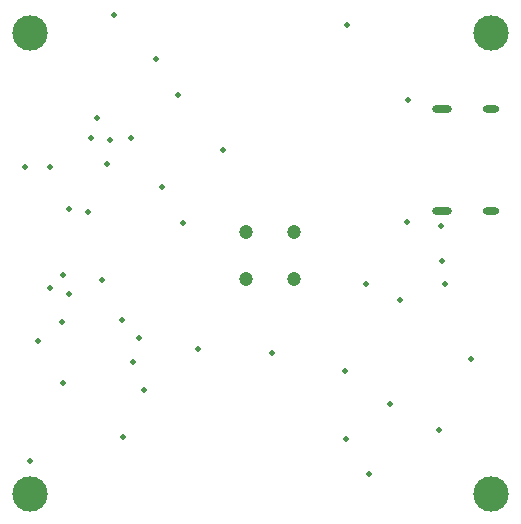
<source format=gbr>
%TF.GenerationSoftware,Altium Limited,Altium Designer,24.6.1 (21)*%
G04 Layer_Color=0*
%FSLAX45Y45*%
%MOMM*%
%TF.SameCoordinates,6A5B3439-CA9B-47F1-B443-B48DB32901A5*%
%TF.FilePolarity,Positive*%
%TF.FileFunction,Plated,1,2,PTH,Drill*%
%TF.Part,Single*%
G01*
G75*
%TA.AperFunction,OtherDrill,Pad Free-MH (42mm,3mm)*%
%ADD81C,3.00000*%
%TA.AperFunction,OtherDrill,Pad Free-MH (3mm,3mm)*%
%ADD82C,3.00000*%
%TA.AperFunction,OtherDrill,Pad Free-MH (42mm,42mm)*%
%ADD83C,3.00000*%
%TA.AperFunction,OtherDrill,Pad Free-MH (3mm,42mm)*%
%ADD84C,3.00000*%
%TA.AperFunction,ComponentDrill*%
%ADD85O,1.40000X0.60000*%
%ADD86O,1.70000X0.60000*%
%TA.AperFunction,ViaDrill,NotFilled*%
%ADD87C,0.50000*%
%ADD88C,1.20000*%
D81*
X4200000Y300000D02*
D03*
D82*
X300000D02*
D03*
D83*
X4200000Y4200000D02*
D03*
D84*
X300000D02*
D03*
D85*
X4204500Y3562000D02*
D03*
Y2698000D02*
D03*
D86*
X3786500Y3562000D02*
D03*
Y2698000D02*
D03*
D87*
X1725000Y1530000D02*
D03*
X465000Y2045000D02*
D03*
X577500Y2150000D02*
D03*
X627500Y2712500D02*
D03*
X260000Y3067500D02*
D03*
X467500D02*
D03*
X812500Y3312500D02*
D03*
X862500Y3482500D02*
D03*
X367500Y1595000D02*
D03*
X1220000Y1617500D02*
D03*
X1080000Y1767500D02*
D03*
X2350000Y1490000D02*
D03*
X2972500Y767500D02*
D03*
X3142500Y2072500D02*
D03*
X1420000Y2895000D02*
D03*
X1930000Y3207500D02*
D03*
X947500Y3090000D02*
D03*
X1550000Y3675000D02*
D03*
X1175000Y1420000D02*
D03*
X582528Y1237560D02*
D03*
X1260000Y1180000D02*
D03*
X3492500Y2597500D02*
D03*
X792500Y2685000D02*
D03*
X3790000Y2270000D02*
D03*
X3435000Y1937500D02*
D03*
X3810000Y2080000D02*
D03*
X2970000Y1342500D02*
D03*
X3165000Y467500D02*
D03*
X3347500Y1060000D02*
D03*
X977500Y3292500D02*
D03*
X1157500Y3312500D02*
D03*
X3780000Y2570000D02*
D03*
X300000Y580000D02*
D03*
X627500Y1992500D02*
D03*
X1090000Y780000D02*
D03*
X567500Y1752500D02*
D03*
X1595000Y2590000D02*
D03*
X1007500Y4350000D02*
D03*
X3760000Y840000D02*
D03*
X4030000Y1440000D02*
D03*
X3500000Y3630000D02*
D03*
X2982500Y4270750D02*
D03*
X907500Y2112500D02*
D03*
X1367500Y3985000D02*
D03*
D88*
X2530000Y2115000D02*
D03*
X2130000D02*
D03*
X2530000Y2515000D02*
D03*
X2130000D02*
D03*
%TF.MD5,51c1bab61e15d72ca0f36a8fd2d9e959*%
M02*

</source>
